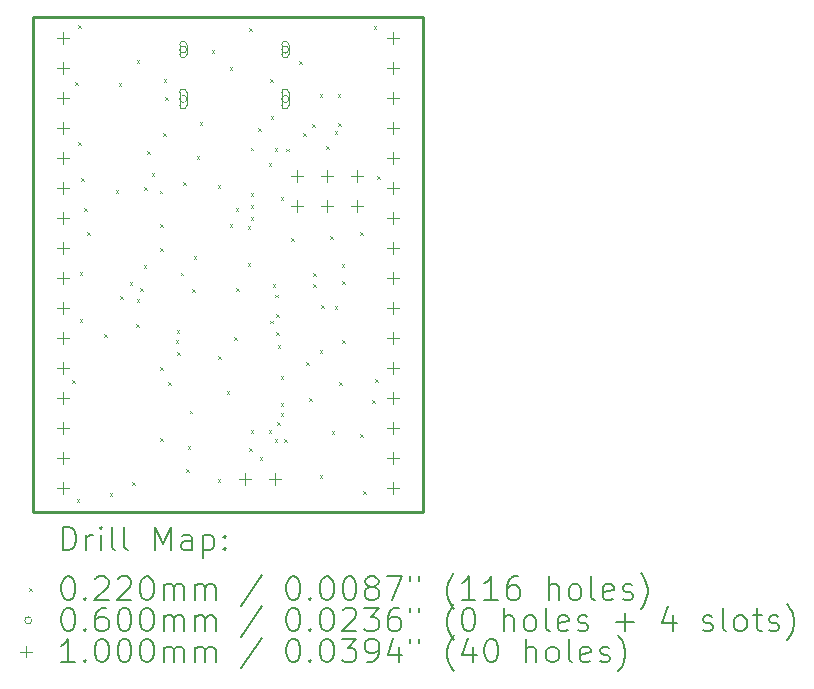
<source format=gbr>
%TF.GenerationSoftware,KiCad,Pcbnew,9.0.4*%
%TF.CreationDate,2025-09-04T16:15:57+01:00*%
%TF.ProjectId,MicroPython,4d696372-6f50-4797-9468-6f6e2e6b6963,rev?*%
%TF.SameCoordinates,Original*%
%TF.FileFunction,Drillmap*%
%TF.FilePolarity,Positive*%
%FSLAX45Y45*%
G04 Gerber Fmt 4.5, Leading zero omitted, Abs format (unit mm)*
G04 Created by KiCad (PCBNEW 9.0.4) date 2025-09-04 16:15:57*
%MOMM*%
%LPD*%
G01*
G04 APERTURE LIST*
%ADD10C,0.230000*%
%ADD11C,0.200000*%
%ADD12C,0.100000*%
G04 APERTURE END LIST*
D10*
X12700000Y-5029200D02*
X16002000Y-5029200D01*
X16002000Y-9220200D01*
X12700000Y-9220200D01*
X12700000Y-5029200D01*
D11*
D12*
X13031900Y-8104300D02*
X13053900Y-8126300D01*
X13053900Y-8104300D02*
X13031900Y-8126300D01*
X13057300Y-5577000D02*
X13079300Y-5599000D01*
X13079300Y-5577000D02*
X13057300Y-5599000D01*
X13070000Y-9107600D02*
X13092000Y-9129600D01*
X13092000Y-9107600D02*
X13070000Y-9129600D01*
X13082700Y-5094400D02*
X13104700Y-5116400D01*
X13104700Y-5094400D02*
X13082700Y-5116400D01*
X13082700Y-6085000D02*
X13104700Y-6107000D01*
X13104700Y-6085000D02*
X13082700Y-6107000D01*
X13095400Y-7189900D02*
X13117400Y-7211900D01*
X13117400Y-7189900D02*
X13095400Y-7211900D01*
X13095400Y-7583600D02*
X13117400Y-7605600D01*
X13117400Y-7583600D02*
X13095400Y-7605600D01*
X13108100Y-6389800D02*
X13130100Y-6411800D01*
X13130100Y-6389800D02*
X13108100Y-6411800D01*
X13133500Y-6643800D02*
X13155500Y-6665800D01*
X13155500Y-6643800D02*
X13133500Y-6665800D01*
X13158900Y-6847000D02*
X13180900Y-6869000D01*
X13180900Y-6847000D02*
X13158900Y-6869000D01*
X13303344Y-7710600D02*
X13325344Y-7732600D01*
X13325344Y-7710600D02*
X13303344Y-7732600D01*
X13349400Y-9056800D02*
X13371400Y-9078800D01*
X13371400Y-9056800D02*
X13349400Y-9078800D01*
X13400200Y-6491400D02*
X13422200Y-6513400D01*
X13422200Y-6491400D02*
X13400200Y-6513400D01*
X13425600Y-5589700D02*
X13447600Y-5611700D01*
X13447600Y-5589700D02*
X13425600Y-5611700D01*
X13438806Y-7393175D02*
X13460806Y-7415175D01*
X13460806Y-7393175D02*
X13438806Y-7415175D01*
X13518883Y-7270202D02*
X13540883Y-7292202D01*
X13540883Y-7270202D02*
X13518883Y-7292202D01*
X13539900Y-8967900D02*
X13561900Y-8989900D01*
X13561900Y-8967900D02*
X13539900Y-8989900D01*
X13571844Y-7626502D02*
X13593844Y-7648502D01*
X13593844Y-7626502D02*
X13571844Y-7648502D01*
X13577483Y-5391500D02*
X13599483Y-5413500D01*
X13599483Y-5391500D02*
X13577483Y-5413500D01*
X13578000Y-7418500D02*
X13600000Y-7440500D01*
X13600000Y-7418500D02*
X13578000Y-7440500D01*
X13605159Y-7321955D02*
X13627159Y-7343955D01*
X13627159Y-7321955D02*
X13605159Y-7343955D01*
X13635983Y-7126400D02*
X13657983Y-7148400D01*
X13657983Y-7126400D02*
X13635983Y-7148400D01*
X13641500Y-6466000D02*
X13663500Y-6488000D01*
X13663500Y-6466000D02*
X13641500Y-6488000D01*
X13663659Y-6165000D02*
X13685659Y-6187000D01*
X13685659Y-6165000D02*
X13663659Y-6187000D01*
X13705000Y-6351700D02*
X13727000Y-6373700D01*
X13727000Y-6351700D02*
X13705000Y-6373700D01*
X13770872Y-6496072D02*
X13792872Y-6518072D01*
X13792872Y-6496072D02*
X13770872Y-6518072D01*
X13774850Y-6783500D02*
X13796850Y-6805500D01*
X13796850Y-6783500D02*
X13774850Y-6805500D01*
X13774850Y-6986700D02*
X13796850Y-7008700D01*
X13796850Y-6986700D02*
X13774850Y-7008700D01*
X13774850Y-7990450D02*
X13796850Y-8012450D01*
X13796850Y-7990450D02*
X13774850Y-8012450D01*
X13774850Y-8593250D02*
X13796850Y-8615250D01*
X13796850Y-8593250D02*
X13774850Y-8615250D01*
X13799300Y-6011993D02*
X13821300Y-6033993D01*
X13821300Y-6011993D02*
X13799300Y-6033993D01*
X13806600Y-5551600D02*
X13828600Y-5573600D01*
X13828600Y-5551600D02*
X13806600Y-5573600D01*
X13819300Y-5704000D02*
X13841300Y-5726000D01*
X13841300Y-5704000D02*
X13819300Y-5726000D01*
X13844700Y-8117000D02*
X13866700Y-8139000D01*
X13866700Y-8117000D02*
X13844700Y-8139000D01*
X13906921Y-7763896D02*
X13928921Y-7785896D01*
X13928921Y-7763896D02*
X13906921Y-7785896D01*
X13914550Y-7678850D02*
X13936550Y-7700850D01*
X13936550Y-7678850D02*
X13914550Y-7700850D01*
X13917477Y-7866553D02*
X13939477Y-7888553D01*
X13939477Y-7866553D02*
X13917477Y-7888553D01*
X13950007Y-7192159D02*
X13972007Y-7214159D01*
X13972007Y-7192159D02*
X13950007Y-7214159D01*
X13971700Y-6427900D02*
X13993700Y-6449900D01*
X13993700Y-6427900D02*
X13971700Y-6449900D01*
X13997100Y-8853600D02*
X14019100Y-8875600D01*
X14019100Y-8853600D02*
X13997100Y-8875600D01*
X14009800Y-8663100D02*
X14031800Y-8685100D01*
X14031800Y-8663100D02*
X14009800Y-8685100D01*
X14023780Y-8358866D02*
X14045780Y-8380866D01*
X14045780Y-8358866D02*
X14023780Y-8380866D01*
X14047900Y-7329600D02*
X14069900Y-7351600D01*
X14069900Y-7329600D02*
X14047900Y-7351600D01*
X14060600Y-7050200D02*
X14082600Y-7072200D01*
X14082600Y-7050200D02*
X14060600Y-7072200D01*
X14086000Y-6204300D02*
X14108000Y-6226300D01*
X14108000Y-6204300D02*
X14086000Y-6226300D01*
X14111400Y-5919900D02*
X14133400Y-5941900D01*
X14133400Y-5919900D02*
X14111400Y-5941900D01*
X14213000Y-5310300D02*
X14235000Y-5332300D01*
X14235000Y-5310300D02*
X14213000Y-5332300D01*
X14263800Y-6453300D02*
X14285800Y-6475300D01*
X14285800Y-6453300D02*
X14263800Y-6475300D01*
X14263800Y-8942500D02*
X14285800Y-8964500D01*
X14285800Y-8942500D02*
X14263800Y-8964500D01*
X14265000Y-7901100D02*
X14287000Y-7923100D01*
X14287000Y-7901100D02*
X14265000Y-7923100D01*
X14340000Y-8193200D02*
X14362000Y-8215200D01*
X14362000Y-8193200D02*
X14340000Y-8215200D01*
X14365400Y-5450000D02*
X14387400Y-5472000D01*
X14387400Y-5450000D02*
X14365400Y-5472000D01*
X14365400Y-6783500D02*
X14387400Y-6805500D01*
X14387400Y-6783500D02*
X14365400Y-6805500D01*
X14403500Y-7736000D02*
X14425500Y-7758000D01*
X14425500Y-7736000D02*
X14403500Y-7758000D01*
X14416200Y-6643800D02*
X14438200Y-6665800D01*
X14438200Y-6643800D02*
X14416200Y-6665800D01*
X14420379Y-7322417D02*
X14442379Y-7344417D01*
X14442379Y-7322417D02*
X14420379Y-7344417D01*
X14517800Y-6796200D02*
X14539800Y-6818200D01*
X14539800Y-6796200D02*
X14517800Y-6818200D01*
X14517800Y-7113700D02*
X14539800Y-7135700D01*
X14539800Y-7113700D02*
X14517800Y-7135700D01*
X14530500Y-5119800D02*
X14552500Y-5141800D01*
X14552500Y-5119800D02*
X14530500Y-5141800D01*
X14530500Y-8675800D02*
X14552500Y-8697800D01*
X14552500Y-8675800D02*
X14530500Y-8697800D01*
X14541053Y-6134972D02*
X14563053Y-6156972D01*
X14563053Y-6134972D02*
X14541053Y-6156972D01*
X14543200Y-6516800D02*
X14565200Y-6538800D01*
X14565200Y-6516800D02*
X14543200Y-6538800D01*
X14543200Y-6618400D02*
X14565200Y-6640400D01*
X14565200Y-6618400D02*
X14543200Y-6640400D01*
X14543200Y-6720000D02*
X14565200Y-6742000D01*
X14565200Y-6720000D02*
X14543200Y-6742000D01*
X14543200Y-8523400D02*
X14565200Y-8545400D01*
X14565200Y-8523400D02*
X14543200Y-8545400D01*
X14606700Y-5970700D02*
X14628700Y-5992700D01*
X14628700Y-5970700D02*
X14606700Y-5992700D01*
X14619400Y-8752000D02*
X14641400Y-8774000D01*
X14641400Y-8752000D02*
X14619400Y-8774000D01*
X14695600Y-6262800D02*
X14717600Y-6284800D01*
X14717600Y-6262800D02*
X14695600Y-6284800D01*
X14695600Y-8523400D02*
X14717600Y-8545400D01*
X14717600Y-8523400D02*
X14695600Y-8545400D01*
X14706067Y-7598533D02*
X14728067Y-7620533D01*
X14728067Y-7598533D02*
X14706067Y-7620533D01*
X14708300Y-5551600D02*
X14730300Y-5573600D01*
X14730300Y-5551600D02*
X14708300Y-5573600D01*
X14710293Y-5867900D02*
X14732293Y-5889900D01*
X14732293Y-5867900D02*
X14710293Y-5889900D01*
X14728500Y-7291500D02*
X14750500Y-7313500D01*
X14750500Y-7291500D02*
X14728500Y-7313500D01*
X14746400Y-6135800D02*
X14768400Y-6157800D01*
X14768400Y-6135800D02*
X14746400Y-6157800D01*
X14746400Y-8599600D02*
X14768400Y-8621600D01*
X14768400Y-8599600D02*
X14746400Y-8621600D01*
X14749575Y-7377225D02*
X14771575Y-7399225D01*
X14771575Y-7377225D02*
X14749575Y-7399225D01*
X14759100Y-7545500D02*
X14781100Y-7567500D01*
X14781100Y-7545500D02*
X14759100Y-7567500D01*
X14759100Y-7697900D02*
X14781100Y-7719900D01*
X14781100Y-7697900D02*
X14759100Y-7719900D01*
X14766948Y-8455048D02*
X14788948Y-8477048D01*
X14788948Y-8455048D02*
X14766948Y-8477048D01*
X14771800Y-7807253D02*
X14793800Y-7829253D01*
X14793800Y-7807253D02*
X14771800Y-7829253D01*
X14797200Y-6554900D02*
X14819200Y-6576900D01*
X14819200Y-6554900D02*
X14797200Y-6576900D01*
X14797200Y-8066200D02*
X14819200Y-8088200D01*
X14819200Y-8066200D02*
X14797200Y-8088200D01*
X14797200Y-8294800D02*
X14819200Y-8316800D01*
X14819200Y-8294800D02*
X14797200Y-8316800D01*
X14797200Y-8383700D02*
X14819200Y-8405700D01*
X14819200Y-8383700D02*
X14797200Y-8405700D01*
X14823900Y-8600900D02*
X14845900Y-8622900D01*
X14845900Y-8600900D02*
X14823900Y-8622900D01*
X14844042Y-6142189D02*
X14866042Y-6164189D01*
X14866042Y-6142189D02*
X14844042Y-6164189D01*
X14886100Y-6897800D02*
X14908100Y-6919800D01*
X14908100Y-6897800D02*
X14886100Y-6919800D01*
X14954344Y-5399200D02*
X14976344Y-5421200D01*
X14976344Y-5399200D02*
X14954344Y-5421200D01*
X14985328Y-6008800D02*
X15007328Y-6030800D01*
X15007328Y-6008800D02*
X14985328Y-6030800D01*
X15013100Y-7951900D02*
X15035100Y-7973900D01*
X15035100Y-7951900D02*
X15013100Y-7973900D01*
X15038500Y-8256700D02*
X15060500Y-8278700D01*
X15060500Y-8256700D02*
X15038500Y-8278700D01*
X15063900Y-5932600D02*
X15085900Y-5954600D01*
X15085900Y-5932600D02*
X15063900Y-5954600D01*
X15068788Y-7287672D02*
X15090788Y-7309672D01*
X15090788Y-7287672D02*
X15068788Y-7309672D01*
X15072996Y-7196849D02*
X15094996Y-7218849D01*
X15094996Y-7196849D02*
X15072996Y-7218849D01*
X15127400Y-5678600D02*
X15149400Y-5700600D01*
X15149400Y-5678600D02*
X15127400Y-5700600D01*
X15127400Y-7850300D02*
X15149400Y-7872300D01*
X15149400Y-7850300D02*
X15127400Y-7872300D01*
X15127400Y-8904400D02*
X15149400Y-8926400D01*
X15149400Y-8904400D02*
X15127400Y-8926400D01*
X15140100Y-7469300D02*
X15162100Y-7491300D01*
X15162100Y-7469300D02*
X15140100Y-7491300D01*
X15179106Y-6122634D02*
X15201106Y-6144634D01*
X15201106Y-6122634D02*
X15179106Y-6144634D01*
X15213028Y-6882358D02*
X15235028Y-6904358D01*
X15235028Y-6882358D02*
X15213028Y-6904358D01*
X15229000Y-8536100D02*
X15251000Y-8558100D01*
X15251000Y-8536100D02*
X15229000Y-8558100D01*
X15254400Y-5996100D02*
X15276400Y-6018100D01*
X15276400Y-5996100D02*
X15254400Y-6018100D01*
X15254400Y-7477256D02*
X15276400Y-7499256D01*
X15276400Y-7477256D02*
X15254400Y-7499256D01*
X15279800Y-5678600D02*
X15301800Y-5700600D01*
X15301800Y-5678600D02*
X15279800Y-5700600D01*
X15282254Y-5926464D02*
X15304254Y-5948464D01*
X15304254Y-5926464D02*
X15282254Y-5948464D01*
X15288956Y-8117000D02*
X15310956Y-8139000D01*
X15310956Y-8117000D02*
X15288956Y-8139000D01*
X15312619Y-7117300D02*
X15334619Y-7139300D01*
X15334619Y-7117300D02*
X15312619Y-7139300D01*
X15314356Y-7761400D02*
X15336356Y-7783400D01*
X15336356Y-7761400D02*
X15314356Y-7783400D01*
X15317900Y-7266100D02*
X15339900Y-7288100D01*
X15339900Y-7266100D02*
X15317900Y-7288100D01*
X15470300Y-6847000D02*
X15492300Y-6869000D01*
X15492300Y-6847000D02*
X15470300Y-6869000D01*
X15470300Y-8561500D02*
X15492300Y-8583500D01*
X15492300Y-8561500D02*
X15470300Y-8583500D01*
X15495700Y-9044100D02*
X15517700Y-9066100D01*
X15517700Y-9044100D02*
X15495700Y-9066100D01*
X15571900Y-8269400D02*
X15593900Y-8291400D01*
X15593900Y-8269400D02*
X15571900Y-8291400D01*
X15584600Y-5107100D02*
X15606600Y-5129100D01*
X15606600Y-5107100D02*
X15584600Y-5129100D01*
X15597300Y-8091600D02*
X15619300Y-8113600D01*
X15619300Y-8091600D02*
X15597300Y-8113600D01*
X15611298Y-6377100D02*
X15633298Y-6399100D01*
X15633298Y-6377100D02*
X15611298Y-6399100D01*
X13999800Y-5302700D02*
G75*
G02*
X13939800Y-5302700I-30000J0D01*
G01*
X13939800Y-5302700D02*
G75*
G02*
X13999800Y-5302700I30000J0D01*
G01*
X13999800Y-5342700D02*
X13999800Y-5262700D01*
X13939800Y-5262700D02*
G75*
G02*
X13999800Y-5262700I30000J0D01*
G01*
X13939800Y-5262700D02*
X13939800Y-5342700D01*
X13939800Y-5342700D02*
G75*
G03*
X13999800Y-5342700I30000J0D01*
G01*
X13999800Y-5720700D02*
G75*
G02*
X13939800Y-5720700I-30000J0D01*
G01*
X13939800Y-5720700D02*
G75*
G02*
X13999800Y-5720700I30000J0D01*
G01*
X13999800Y-5775700D02*
X13999800Y-5665700D01*
X13939800Y-5665700D02*
G75*
G02*
X13999800Y-5665700I30000J0D01*
G01*
X13939800Y-5665700D02*
X13939800Y-5775700D01*
X13939800Y-5775700D02*
G75*
G03*
X13999800Y-5775700I30000J0D01*
G01*
X14863800Y-5302700D02*
G75*
G02*
X14803800Y-5302700I-30000J0D01*
G01*
X14803800Y-5302700D02*
G75*
G02*
X14863800Y-5302700I30000J0D01*
G01*
X14863800Y-5342700D02*
X14863800Y-5262700D01*
X14803800Y-5262700D02*
G75*
G02*
X14863800Y-5262700I30000J0D01*
G01*
X14803800Y-5262700D02*
X14803800Y-5342700D01*
X14803800Y-5342700D02*
G75*
G03*
X14863800Y-5342700I30000J0D01*
G01*
X14863800Y-5720700D02*
G75*
G02*
X14803800Y-5720700I-30000J0D01*
G01*
X14803800Y-5720700D02*
G75*
G02*
X14863800Y-5720700I30000J0D01*
G01*
X14863800Y-5775700D02*
X14863800Y-5665700D01*
X14803800Y-5665700D02*
G75*
G02*
X14863800Y-5665700I30000J0D01*
G01*
X14803800Y-5665700D02*
X14803800Y-5775700D01*
X14803800Y-5775700D02*
G75*
G03*
X14863800Y-5775700I30000J0D01*
G01*
X12954000Y-5157000D02*
X12954000Y-5257000D01*
X12904000Y-5207000D02*
X13004000Y-5207000D01*
X12954000Y-5411000D02*
X12954000Y-5511000D01*
X12904000Y-5461000D02*
X13004000Y-5461000D01*
X12954000Y-5665000D02*
X12954000Y-5765000D01*
X12904000Y-5715000D02*
X13004000Y-5715000D01*
X12954000Y-5919000D02*
X12954000Y-6019000D01*
X12904000Y-5969000D02*
X13004000Y-5969000D01*
X12954000Y-6173000D02*
X12954000Y-6273000D01*
X12904000Y-6223000D02*
X13004000Y-6223000D01*
X12954000Y-6427000D02*
X12954000Y-6527000D01*
X12904000Y-6477000D02*
X13004000Y-6477000D01*
X12954000Y-6681000D02*
X12954000Y-6781000D01*
X12904000Y-6731000D02*
X13004000Y-6731000D01*
X12954000Y-6935000D02*
X12954000Y-7035000D01*
X12904000Y-6985000D02*
X13004000Y-6985000D01*
X12954000Y-7189000D02*
X12954000Y-7289000D01*
X12904000Y-7239000D02*
X13004000Y-7239000D01*
X12954000Y-7443000D02*
X12954000Y-7543000D01*
X12904000Y-7493000D02*
X13004000Y-7493000D01*
X12954000Y-7697000D02*
X12954000Y-7797000D01*
X12904000Y-7747000D02*
X13004000Y-7747000D01*
X12954000Y-7951000D02*
X12954000Y-8051000D01*
X12904000Y-8001000D02*
X13004000Y-8001000D01*
X12954000Y-8205000D02*
X12954000Y-8305000D01*
X12904000Y-8255000D02*
X13004000Y-8255000D01*
X12954000Y-8459000D02*
X12954000Y-8559000D01*
X12904000Y-8509000D02*
X13004000Y-8509000D01*
X12954000Y-8713000D02*
X12954000Y-8813000D01*
X12904000Y-8763000D02*
X13004000Y-8763000D01*
X12954000Y-8967000D02*
X12954000Y-9067000D01*
X12904000Y-9017000D02*
X13004000Y-9017000D01*
X14490700Y-8890800D02*
X14490700Y-8990800D01*
X14440700Y-8940800D02*
X14540700Y-8940800D01*
X14744700Y-8890800D02*
X14744700Y-8990800D01*
X14694700Y-8940800D02*
X14794700Y-8940800D01*
X14935200Y-6325400D02*
X14935200Y-6425400D01*
X14885200Y-6375400D02*
X14985200Y-6375400D01*
X14935200Y-6579400D02*
X14935200Y-6679400D01*
X14885200Y-6629400D02*
X14985200Y-6629400D01*
X15189200Y-6325400D02*
X15189200Y-6425400D01*
X15139200Y-6375400D02*
X15239200Y-6375400D01*
X15189200Y-6579400D02*
X15189200Y-6679400D01*
X15139200Y-6629400D02*
X15239200Y-6629400D01*
X15443200Y-6325400D02*
X15443200Y-6425400D01*
X15393200Y-6375400D02*
X15493200Y-6375400D01*
X15443200Y-6579400D02*
X15443200Y-6679400D01*
X15393200Y-6629400D02*
X15493200Y-6629400D01*
X15748000Y-5157000D02*
X15748000Y-5257000D01*
X15698000Y-5207000D02*
X15798000Y-5207000D01*
X15748000Y-5411000D02*
X15748000Y-5511000D01*
X15698000Y-5461000D02*
X15798000Y-5461000D01*
X15748000Y-5665000D02*
X15748000Y-5765000D01*
X15698000Y-5715000D02*
X15798000Y-5715000D01*
X15748000Y-5919000D02*
X15748000Y-6019000D01*
X15698000Y-5969000D02*
X15798000Y-5969000D01*
X15748000Y-6173000D02*
X15748000Y-6273000D01*
X15698000Y-6223000D02*
X15798000Y-6223000D01*
X15748000Y-6427000D02*
X15748000Y-6527000D01*
X15698000Y-6477000D02*
X15798000Y-6477000D01*
X15748000Y-6681000D02*
X15748000Y-6781000D01*
X15698000Y-6731000D02*
X15798000Y-6731000D01*
X15748000Y-6935000D02*
X15748000Y-7035000D01*
X15698000Y-6985000D02*
X15798000Y-6985000D01*
X15748000Y-7189000D02*
X15748000Y-7289000D01*
X15698000Y-7239000D02*
X15798000Y-7239000D01*
X15748000Y-7443000D02*
X15748000Y-7543000D01*
X15698000Y-7493000D02*
X15798000Y-7493000D01*
X15748000Y-7697000D02*
X15748000Y-7797000D01*
X15698000Y-7747000D02*
X15798000Y-7747000D01*
X15748000Y-7951000D02*
X15748000Y-8051000D01*
X15698000Y-8001000D02*
X15798000Y-8001000D01*
X15748000Y-8205000D02*
X15748000Y-8305000D01*
X15698000Y-8255000D02*
X15798000Y-8255000D01*
X15748000Y-8459000D02*
X15748000Y-8559000D01*
X15698000Y-8509000D02*
X15798000Y-8509000D01*
X15748000Y-8713000D02*
X15748000Y-8813000D01*
X15698000Y-8763000D02*
X15798000Y-8763000D01*
X15748000Y-8967000D02*
X15748000Y-9067000D01*
X15698000Y-9017000D02*
X15798000Y-9017000D01*
D11*
X12949277Y-9543184D02*
X12949277Y-9343184D01*
X12949277Y-9343184D02*
X12996896Y-9343184D01*
X12996896Y-9343184D02*
X13025467Y-9352708D01*
X13025467Y-9352708D02*
X13044515Y-9371755D01*
X13044515Y-9371755D02*
X13054039Y-9390803D01*
X13054039Y-9390803D02*
X13063562Y-9428898D01*
X13063562Y-9428898D02*
X13063562Y-9457470D01*
X13063562Y-9457470D02*
X13054039Y-9495565D01*
X13054039Y-9495565D02*
X13044515Y-9514612D01*
X13044515Y-9514612D02*
X13025467Y-9533660D01*
X13025467Y-9533660D02*
X12996896Y-9543184D01*
X12996896Y-9543184D02*
X12949277Y-9543184D01*
X13149277Y-9543184D02*
X13149277Y-9409850D01*
X13149277Y-9447946D02*
X13158801Y-9428898D01*
X13158801Y-9428898D02*
X13168324Y-9419374D01*
X13168324Y-9419374D02*
X13187372Y-9409850D01*
X13187372Y-9409850D02*
X13206420Y-9409850D01*
X13273086Y-9543184D02*
X13273086Y-9409850D01*
X13273086Y-9343184D02*
X13263562Y-9352708D01*
X13263562Y-9352708D02*
X13273086Y-9362231D01*
X13273086Y-9362231D02*
X13282610Y-9352708D01*
X13282610Y-9352708D02*
X13273086Y-9343184D01*
X13273086Y-9343184D02*
X13273086Y-9362231D01*
X13396896Y-9543184D02*
X13377848Y-9533660D01*
X13377848Y-9533660D02*
X13368324Y-9514612D01*
X13368324Y-9514612D02*
X13368324Y-9343184D01*
X13501658Y-9543184D02*
X13482610Y-9533660D01*
X13482610Y-9533660D02*
X13473086Y-9514612D01*
X13473086Y-9514612D02*
X13473086Y-9343184D01*
X13730229Y-9543184D02*
X13730229Y-9343184D01*
X13730229Y-9343184D02*
X13796896Y-9486041D01*
X13796896Y-9486041D02*
X13863562Y-9343184D01*
X13863562Y-9343184D02*
X13863562Y-9543184D01*
X14044515Y-9543184D02*
X14044515Y-9438422D01*
X14044515Y-9438422D02*
X14034991Y-9419374D01*
X14034991Y-9419374D02*
X14015943Y-9409850D01*
X14015943Y-9409850D02*
X13977848Y-9409850D01*
X13977848Y-9409850D02*
X13958801Y-9419374D01*
X14044515Y-9533660D02*
X14025467Y-9543184D01*
X14025467Y-9543184D02*
X13977848Y-9543184D01*
X13977848Y-9543184D02*
X13958801Y-9533660D01*
X13958801Y-9533660D02*
X13949277Y-9514612D01*
X13949277Y-9514612D02*
X13949277Y-9495565D01*
X13949277Y-9495565D02*
X13958801Y-9476517D01*
X13958801Y-9476517D02*
X13977848Y-9466993D01*
X13977848Y-9466993D02*
X14025467Y-9466993D01*
X14025467Y-9466993D02*
X14044515Y-9457470D01*
X14139753Y-9409850D02*
X14139753Y-9609850D01*
X14139753Y-9419374D02*
X14158801Y-9409850D01*
X14158801Y-9409850D02*
X14196896Y-9409850D01*
X14196896Y-9409850D02*
X14215943Y-9419374D01*
X14215943Y-9419374D02*
X14225467Y-9428898D01*
X14225467Y-9428898D02*
X14234991Y-9447946D01*
X14234991Y-9447946D02*
X14234991Y-9505089D01*
X14234991Y-9505089D02*
X14225467Y-9524136D01*
X14225467Y-9524136D02*
X14215943Y-9533660D01*
X14215943Y-9533660D02*
X14196896Y-9543184D01*
X14196896Y-9543184D02*
X14158801Y-9543184D01*
X14158801Y-9543184D02*
X14139753Y-9533660D01*
X14320705Y-9524136D02*
X14330229Y-9533660D01*
X14330229Y-9533660D02*
X14320705Y-9543184D01*
X14320705Y-9543184D02*
X14311182Y-9533660D01*
X14311182Y-9533660D02*
X14320705Y-9524136D01*
X14320705Y-9524136D02*
X14320705Y-9543184D01*
X14320705Y-9419374D02*
X14330229Y-9428898D01*
X14330229Y-9428898D02*
X14320705Y-9438422D01*
X14320705Y-9438422D02*
X14311182Y-9428898D01*
X14311182Y-9428898D02*
X14320705Y-9419374D01*
X14320705Y-9419374D02*
X14320705Y-9438422D01*
D12*
X12666500Y-9860700D02*
X12688500Y-9882700D01*
X12688500Y-9860700D02*
X12666500Y-9882700D01*
D11*
X12987372Y-9763184D02*
X13006420Y-9763184D01*
X13006420Y-9763184D02*
X13025467Y-9772708D01*
X13025467Y-9772708D02*
X13034991Y-9782231D01*
X13034991Y-9782231D02*
X13044515Y-9801279D01*
X13044515Y-9801279D02*
X13054039Y-9839374D01*
X13054039Y-9839374D02*
X13054039Y-9886993D01*
X13054039Y-9886993D02*
X13044515Y-9925089D01*
X13044515Y-9925089D02*
X13034991Y-9944136D01*
X13034991Y-9944136D02*
X13025467Y-9953660D01*
X13025467Y-9953660D02*
X13006420Y-9963184D01*
X13006420Y-9963184D02*
X12987372Y-9963184D01*
X12987372Y-9963184D02*
X12968324Y-9953660D01*
X12968324Y-9953660D02*
X12958801Y-9944136D01*
X12958801Y-9944136D02*
X12949277Y-9925089D01*
X12949277Y-9925089D02*
X12939753Y-9886993D01*
X12939753Y-9886993D02*
X12939753Y-9839374D01*
X12939753Y-9839374D02*
X12949277Y-9801279D01*
X12949277Y-9801279D02*
X12958801Y-9782231D01*
X12958801Y-9782231D02*
X12968324Y-9772708D01*
X12968324Y-9772708D02*
X12987372Y-9763184D01*
X13139753Y-9944136D02*
X13149277Y-9953660D01*
X13149277Y-9953660D02*
X13139753Y-9963184D01*
X13139753Y-9963184D02*
X13130229Y-9953660D01*
X13130229Y-9953660D02*
X13139753Y-9944136D01*
X13139753Y-9944136D02*
X13139753Y-9963184D01*
X13225467Y-9782231D02*
X13234991Y-9772708D01*
X13234991Y-9772708D02*
X13254039Y-9763184D01*
X13254039Y-9763184D02*
X13301658Y-9763184D01*
X13301658Y-9763184D02*
X13320705Y-9772708D01*
X13320705Y-9772708D02*
X13330229Y-9782231D01*
X13330229Y-9782231D02*
X13339753Y-9801279D01*
X13339753Y-9801279D02*
X13339753Y-9820327D01*
X13339753Y-9820327D02*
X13330229Y-9848898D01*
X13330229Y-9848898D02*
X13215943Y-9963184D01*
X13215943Y-9963184D02*
X13339753Y-9963184D01*
X13415943Y-9782231D02*
X13425467Y-9772708D01*
X13425467Y-9772708D02*
X13444515Y-9763184D01*
X13444515Y-9763184D02*
X13492134Y-9763184D01*
X13492134Y-9763184D02*
X13511182Y-9772708D01*
X13511182Y-9772708D02*
X13520705Y-9782231D01*
X13520705Y-9782231D02*
X13530229Y-9801279D01*
X13530229Y-9801279D02*
X13530229Y-9820327D01*
X13530229Y-9820327D02*
X13520705Y-9848898D01*
X13520705Y-9848898D02*
X13406420Y-9963184D01*
X13406420Y-9963184D02*
X13530229Y-9963184D01*
X13654039Y-9763184D02*
X13673086Y-9763184D01*
X13673086Y-9763184D02*
X13692134Y-9772708D01*
X13692134Y-9772708D02*
X13701658Y-9782231D01*
X13701658Y-9782231D02*
X13711182Y-9801279D01*
X13711182Y-9801279D02*
X13720705Y-9839374D01*
X13720705Y-9839374D02*
X13720705Y-9886993D01*
X13720705Y-9886993D02*
X13711182Y-9925089D01*
X13711182Y-9925089D02*
X13701658Y-9944136D01*
X13701658Y-9944136D02*
X13692134Y-9953660D01*
X13692134Y-9953660D02*
X13673086Y-9963184D01*
X13673086Y-9963184D02*
X13654039Y-9963184D01*
X13654039Y-9963184D02*
X13634991Y-9953660D01*
X13634991Y-9953660D02*
X13625467Y-9944136D01*
X13625467Y-9944136D02*
X13615943Y-9925089D01*
X13615943Y-9925089D02*
X13606420Y-9886993D01*
X13606420Y-9886993D02*
X13606420Y-9839374D01*
X13606420Y-9839374D02*
X13615943Y-9801279D01*
X13615943Y-9801279D02*
X13625467Y-9782231D01*
X13625467Y-9782231D02*
X13634991Y-9772708D01*
X13634991Y-9772708D02*
X13654039Y-9763184D01*
X13806420Y-9963184D02*
X13806420Y-9829850D01*
X13806420Y-9848898D02*
X13815943Y-9839374D01*
X13815943Y-9839374D02*
X13834991Y-9829850D01*
X13834991Y-9829850D02*
X13863563Y-9829850D01*
X13863563Y-9829850D02*
X13882610Y-9839374D01*
X13882610Y-9839374D02*
X13892134Y-9858422D01*
X13892134Y-9858422D02*
X13892134Y-9963184D01*
X13892134Y-9858422D02*
X13901658Y-9839374D01*
X13901658Y-9839374D02*
X13920705Y-9829850D01*
X13920705Y-9829850D02*
X13949277Y-9829850D01*
X13949277Y-9829850D02*
X13968324Y-9839374D01*
X13968324Y-9839374D02*
X13977848Y-9858422D01*
X13977848Y-9858422D02*
X13977848Y-9963184D01*
X14073086Y-9963184D02*
X14073086Y-9829850D01*
X14073086Y-9848898D02*
X14082610Y-9839374D01*
X14082610Y-9839374D02*
X14101658Y-9829850D01*
X14101658Y-9829850D02*
X14130229Y-9829850D01*
X14130229Y-9829850D02*
X14149277Y-9839374D01*
X14149277Y-9839374D02*
X14158801Y-9858422D01*
X14158801Y-9858422D02*
X14158801Y-9963184D01*
X14158801Y-9858422D02*
X14168324Y-9839374D01*
X14168324Y-9839374D02*
X14187372Y-9829850D01*
X14187372Y-9829850D02*
X14215943Y-9829850D01*
X14215943Y-9829850D02*
X14234991Y-9839374D01*
X14234991Y-9839374D02*
X14244515Y-9858422D01*
X14244515Y-9858422D02*
X14244515Y-9963184D01*
X14634991Y-9753660D02*
X14463563Y-10010803D01*
X14892134Y-9763184D02*
X14911182Y-9763184D01*
X14911182Y-9763184D02*
X14930229Y-9772708D01*
X14930229Y-9772708D02*
X14939753Y-9782231D01*
X14939753Y-9782231D02*
X14949277Y-9801279D01*
X14949277Y-9801279D02*
X14958801Y-9839374D01*
X14958801Y-9839374D02*
X14958801Y-9886993D01*
X14958801Y-9886993D02*
X14949277Y-9925089D01*
X14949277Y-9925089D02*
X14939753Y-9944136D01*
X14939753Y-9944136D02*
X14930229Y-9953660D01*
X14930229Y-9953660D02*
X14911182Y-9963184D01*
X14911182Y-9963184D02*
X14892134Y-9963184D01*
X14892134Y-9963184D02*
X14873086Y-9953660D01*
X14873086Y-9953660D02*
X14863563Y-9944136D01*
X14863563Y-9944136D02*
X14854039Y-9925089D01*
X14854039Y-9925089D02*
X14844515Y-9886993D01*
X14844515Y-9886993D02*
X14844515Y-9839374D01*
X14844515Y-9839374D02*
X14854039Y-9801279D01*
X14854039Y-9801279D02*
X14863563Y-9782231D01*
X14863563Y-9782231D02*
X14873086Y-9772708D01*
X14873086Y-9772708D02*
X14892134Y-9763184D01*
X15044515Y-9944136D02*
X15054039Y-9953660D01*
X15054039Y-9953660D02*
X15044515Y-9963184D01*
X15044515Y-9963184D02*
X15034991Y-9953660D01*
X15034991Y-9953660D02*
X15044515Y-9944136D01*
X15044515Y-9944136D02*
X15044515Y-9963184D01*
X15177848Y-9763184D02*
X15196896Y-9763184D01*
X15196896Y-9763184D02*
X15215944Y-9772708D01*
X15215944Y-9772708D02*
X15225467Y-9782231D01*
X15225467Y-9782231D02*
X15234991Y-9801279D01*
X15234991Y-9801279D02*
X15244515Y-9839374D01*
X15244515Y-9839374D02*
X15244515Y-9886993D01*
X15244515Y-9886993D02*
X15234991Y-9925089D01*
X15234991Y-9925089D02*
X15225467Y-9944136D01*
X15225467Y-9944136D02*
X15215944Y-9953660D01*
X15215944Y-9953660D02*
X15196896Y-9963184D01*
X15196896Y-9963184D02*
X15177848Y-9963184D01*
X15177848Y-9963184D02*
X15158801Y-9953660D01*
X15158801Y-9953660D02*
X15149277Y-9944136D01*
X15149277Y-9944136D02*
X15139753Y-9925089D01*
X15139753Y-9925089D02*
X15130229Y-9886993D01*
X15130229Y-9886993D02*
X15130229Y-9839374D01*
X15130229Y-9839374D02*
X15139753Y-9801279D01*
X15139753Y-9801279D02*
X15149277Y-9782231D01*
X15149277Y-9782231D02*
X15158801Y-9772708D01*
X15158801Y-9772708D02*
X15177848Y-9763184D01*
X15368325Y-9763184D02*
X15387372Y-9763184D01*
X15387372Y-9763184D02*
X15406420Y-9772708D01*
X15406420Y-9772708D02*
X15415944Y-9782231D01*
X15415944Y-9782231D02*
X15425467Y-9801279D01*
X15425467Y-9801279D02*
X15434991Y-9839374D01*
X15434991Y-9839374D02*
X15434991Y-9886993D01*
X15434991Y-9886993D02*
X15425467Y-9925089D01*
X15425467Y-9925089D02*
X15415944Y-9944136D01*
X15415944Y-9944136D02*
X15406420Y-9953660D01*
X15406420Y-9953660D02*
X15387372Y-9963184D01*
X15387372Y-9963184D02*
X15368325Y-9963184D01*
X15368325Y-9963184D02*
X15349277Y-9953660D01*
X15349277Y-9953660D02*
X15339753Y-9944136D01*
X15339753Y-9944136D02*
X15330229Y-9925089D01*
X15330229Y-9925089D02*
X15320706Y-9886993D01*
X15320706Y-9886993D02*
X15320706Y-9839374D01*
X15320706Y-9839374D02*
X15330229Y-9801279D01*
X15330229Y-9801279D02*
X15339753Y-9782231D01*
X15339753Y-9782231D02*
X15349277Y-9772708D01*
X15349277Y-9772708D02*
X15368325Y-9763184D01*
X15549277Y-9848898D02*
X15530229Y-9839374D01*
X15530229Y-9839374D02*
X15520706Y-9829850D01*
X15520706Y-9829850D02*
X15511182Y-9810803D01*
X15511182Y-9810803D02*
X15511182Y-9801279D01*
X15511182Y-9801279D02*
X15520706Y-9782231D01*
X15520706Y-9782231D02*
X15530229Y-9772708D01*
X15530229Y-9772708D02*
X15549277Y-9763184D01*
X15549277Y-9763184D02*
X15587372Y-9763184D01*
X15587372Y-9763184D02*
X15606420Y-9772708D01*
X15606420Y-9772708D02*
X15615944Y-9782231D01*
X15615944Y-9782231D02*
X15625467Y-9801279D01*
X15625467Y-9801279D02*
X15625467Y-9810803D01*
X15625467Y-9810803D02*
X15615944Y-9829850D01*
X15615944Y-9829850D02*
X15606420Y-9839374D01*
X15606420Y-9839374D02*
X15587372Y-9848898D01*
X15587372Y-9848898D02*
X15549277Y-9848898D01*
X15549277Y-9848898D02*
X15530229Y-9858422D01*
X15530229Y-9858422D02*
X15520706Y-9867946D01*
X15520706Y-9867946D02*
X15511182Y-9886993D01*
X15511182Y-9886993D02*
X15511182Y-9925089D01*
X15511182Y-9925089D02*
X15520706Y-9944136D01*
X15520706Y-9944136D02*
X15530229Y-9953660D01*
X15530229Y-9953660D02*
X15549277Y-9963184D01*
X15549277Y-9963184D02*
X15587372Y-9963184D01*
X15587372Y-9963184D02*
X15606420Y-9953660D01*
X15606420Y-9953660D02*
X15615944Y-9944136D01*
X15615944Y-9944136D02*
X15625467Y-9925089D01*
X15625467Y-9925089D02*
X15625467Y-9886993D01*
X15625467Y-9886993D02*
X15615944Y-9867946D01*
X15615944Y-9867946D02*
X15606420Y-9858422D01*
X15606420Y-9858422D02*
X15587372Y-9848898D01*
X15692134Y-9763184D02*
X15825467Y-9763184D01*
X15825467Y-9763184D02*
X15739753Y-9963184D01*
X15892134Y-9763184D02*
X15892134Y-9801279D01*
X15968325Y-9763184D02*
X15968325Y-9801279D01*
X16263563Y-10039374D02*
X16254039Y-10029850D01*
X16254039Y-10029850D02*
X16234991Y-10001279D01*
X16234991Y-10001279D02*
X16225468Y-9982231D01*
X16225468Y-9982231D02*
X16215944Y-9953660D01*
X16215944Y-9953660D02*
X16206420Y-9906041D01*
X16206420Y-9906041D02*
X16206420Y-9867946D01*
X16206420Y-9867946D02*
X16215944Y-9820327D01*
X16215944Y-9820327D02*
X16225468Y-9791755D01*
X16225468Y-9791755D02*
X16234991Y-9772708D01*
X16234991Y-9772708D02*
X16254039Y-9744136D01*
X16254039Y-9744136D02*
X16263563Y-9734612D01*
X16444515Y-9963184D02*
X16330229Y-9963184D01*
X16387372Y-9963184D02*
X16387372Y-9763184D01*
X16387372Y-9763184D02*
X16368325Y-9791755D01*
X16368325Y-9791755D02*
X16349277Y-9810803D01*
X16349277Y-9810803D02*
X16330229Y-9820327D01*
X16634991Y-9963184D02*
X16520706Y-9963184D01*
X16577848Y-9963184D02*
X16577848Y-9763184D01*
X16577848Y-9763184D02*
X16558801Y-9791755D01*
X16558801Y-9791755D02*
X16539753Y-9810803D01*
X16539753Y-9810803D02*
X16520706Y-9820327D01*
X16806420Y-9763184D02*
X16768325Y-9763184D01*
X16768325Y-9763184D02*
X16749277Y-9772708D01*
X16749277Y-9772708D02*
X16739753Y-9782231D01*
X16739753Y-9782231D02*
X16720706Y-9810803D01*
X16720706Y-9810803D02*
X16711182Y-9848898D01*
X16711182Y-9848898D02*
X16711182Y-9925089D01*
X16711182Y-9925089D02*
X16720706Y-9944136D01*
X16720706Y-9944136D02*
X16730229Y-9953660D01*
X16730229Y-9953660D02*
X16749277Y-9963184D01*
X16749277Y-9963184D02*
X16787372Y-9963184D01*
X16787372Y-9963184D02*
X16806420Y-9953660D01*
X16806420Y-9953660D02*
X16815944Y-9944136D01*
X16815944Y-9944136D02*
X16825468Y-9925089D01*
X16825468Y-9925089D02*
X16825468Y-9877470D01*
X16825468Y-9877470D02*
X16815944Y-9858422D01*
X16815944Y-9858422D02*
X16806420Y-9848898D01*
X16806420Y-9848898D02*
X16787372Y-9839374D01*
X16787372Y-9839374D02*
X16749277Y-9839374D01*
X16749277Y-9839374D02*
X16730229Y-9848898D01*
X16730229Y-9848898D02*
X16720706Y-9858422D01*
X16720706Y-9858422D02*
X16711182Y-9877470D01*
X17063563Y-9963184D02*
X17063563Y-9763184D01*
X17149277Y-9963184D02*
X17149277Y-9858422D01*
X17149277Y-9858422D02*
X17139753Y-9839374D01*
X17139753Y-9839374D02*
X17120706Y-9829850D01*
X17120706Y-9829850D02*
X17092134Y-9829850D01*
X17092134Y-9829850D02*
X17073087Y-9839374D01*
X17073087Y-9839374D02*
X17063563Y-9848898D01*
X17273087Y-9963184D02*
X17254039Y-9953660D01*
X17254039Y-9953660D02*
X17244515Y-9944136D01*
X17244515Y-9944136D02*
X17234992Y-9925089D01*
X17234992Y-9925089D02*
X17234992Y-9867946D01*
X17234992Y-9867946D02*
X17244515Y-9848898D01*
X17244515Y-9848898D02*
X17254039Y-9839374D01*
X17254039Y-9839374D02*
X17273087Y-9829850D01*
X17273087Y-9829850D02*
X17301658Y-9829850D01*
X17301658Y-9829850D02*
X17320706Y-9839374D01*
X17320706Y-9839374D02*
X17330230Y-9848898D01*
X17330230Y-9848898D02*
X17339753Y-9867946D01*
X17339753Y-9867946D02*
X17339753Y-9925089D01*
X17339753Y-9925089D02*
X17330230Y-9944136D01*
X17330230Y-9944136D02*
X17320706Y-9953660D01*
X17320706Y-9953660D02*
X17301658Y-9963184D01*
X17301658Y-9963184D02*
X17273087Y-9963184D01*
X17454039Y-9963184D02*
X17434992Y-9953660D01*
X17434992Y-9953660D02*
X17425468Y-9934612D01*
X17425468Y-9934612D02*
X17425468Y-9763184D01*
X17606420Y-9953660D02*
X17587373Y-9963184D01*
X17587373Y-9963184D02*
X17549277Y-9963184D01*
X17549277Y-9963184D02*
X17530230Y-9953660D01*
X17530230Y-9953660D02*
X17520706Y-9934612D01*
X17520706Y-9934612D02*
X17520706Y-9858422D01*
X17520706Y-9858422D02*
X17530230Y-9839374D01*
X17530230Y-9839374D02*
X17549277Y-9829850D01*
X17549277Y-9829850D02*
X17587373Y-9829850D01*
X17587373Y-9829850D02*
X17606420Y-9839374D01*
X17606420Y-9839374D02*
X17615944Y-9858422D01*
X17615944Y-9858422D02*
X17615944Y-9877470D01*
X17615944Y-9877470D02*
X17520706Y-9896517D01*
X17692134Y-9953660D02*
X17711182Y-9963184D01*
X17711182Y-9963184D02*
X17749277Y-9963184D01*
X17749277Y-9963184D02*
X17768325Y-9953660D01*
X17768325Y-9953660D02*
X17777849Y-9934612D01*
X17777849Y-9934612D02*
X17777849Y-9925089D01*
X17777849Y-9925089D02*
X17768325Y-9906041D01*
X17768325Y-9906041D02*
X17749277Y-9896517D01*
X17749277Y-9896517D02*
X17720706Y-9896517D01*
X17720706Y-9896517D02*
X17701658Y-9886993D01*
X17701658Y-9886993D02*
X17692134Y-9867946D01*
X17692134Y-9867946D02*
X17692134Y-9858422D01*
X17692134Y-9858422D02*
X17701658Y-9839374D01*
X17701658Y-9839374D02*
X17720706Y-9829850D01*
X17720706Y-9829850D02*
X17749277Y-9829850D01*
X17749277Y-9829850D02*
X17768325Y-9839374D01*
X17844515Y-10039374D02*
X17854039Y-10029850D01*
X17854039Y-10029850D02*
X17873087Y-10001279D01*
X17873087Y-10001279D02*
X17882611Y-9982231D01*
X17882611Y-9982231D02*
X17892134Y-9953660D01*
X17892134Y-9953660D02*
X17901658Y-9906041D01*
X17901658Y-9906041D02*
X17901658Y-9867946D01*
X17901658Y-9867946D02*
X17892134Y-9820327D01*
X17892134Y-9820327D02*
X17882611Y-9791755D01*
X17882611Y-9791755D02*
X17873087Y-9772708D01*
X17873087Y-9772708D02*
X17854039Y-9744136D01*
X17854039Y-9744136D02*
X17844515Y-9734612D01*
D12*
X12688500Y-10135700D02*
G75*
G02*
X12628500Y-10135700I-30000J0D01*
G01*
X12628500Y-10135700D02*
G75*
G02*
X12688500Y-10135700I30000J0D01*
G01*
D11*
X12987372Y-10027184D02*
X13006420Y-10027184D01*
X13006420Y-10027184D02*
X13025467Y-10036708D01*
X13025467Y-10036708D02*
X13034991Y-10046231D01*
X13034991Y-10046231D02*
X13044515Y-10065279D01*
X13044515Y-10065279D02*
X13054039Y-10103374D01*
X13054039Y-10103374D02*
X13054039Y-10150993D01*
X13054039Y-10150993D02*
X13044515Y-10189089D01*
X13044515Y-10189089D02*
X13034991Y-10208136D01*
X13034991Y-10208136D02*
X13025467Y-10217660D01*
X13025467Y-10217660D02*
X13006420Y-10227184D01*
X13006420Y-10227184D02*
X12987372Y-10227184D01*
X12987372Y-10227184D02*
X12968324Y-10217660D01*
X12968324Y-10217660D02*
X12958801Y-10208136D01*
X12958801Y-10208136D02*
X12949277Y-10189089D01*
X12949277Y-10189089D02*
X12939753Y-10150993D01*
X12939753Y-10150993D02*
X12939753Y-10103374D01*
X12939753Y-10103374D02*
X12949277Y-10065279D01*
X12949277Y-10065279D02*
X12958801Y-10046231D01*
X12958801Y-10046231D02*
X12968324Y-10036708D01*
X12968324Y-10036708D02*
X12987372Y-10027184D01*
X13139753Y-10208136D02*
X13149277Y-10217660D01*
X13149277Y-10217660D02*
X13139753Y-10227184D01*
X13139753Y-10227184D02*
X13130229Y-10217660D01*
X13130229Y-10217660D02*
X13139753Y-10208136D01*
X13139753Y-10208136D02*
X13139753Y-10227184D01*
X13320705Y-10027184D02*
X13282610Y-10027184D01*
X13282610Y-10027184D02*
X13263562Y-10036708D01*
X13263562Y-10036708D02*
X13254039Y-10046231D01*
X13254039Y-10046231D02*
X13234991Y-10074803D01*
X13234991Y-10074803D02*
X13225467Y-10112898D01*
X13225467Y-10112898D02*
X13225467Y-10189089D01*
X13225467Y-10189089D02*
X13234991Y-10208136D01*
X13234991Y-10208136D02*
X13244515Y-10217660D01*
X13244515Y-10217660D02*
X13263562Y-10227184D01*
X13263562Y-10227184D02*
X13301658Y-10227184D01*
X13301658Y-10227184D02*
X13320705Y-10217660D01*
X13320705Y-10217660D02*
X13330229Y-10208136D01*
X13330229Y-10208136D02*
X13339753Y-10189089D01*
X13339753Y-10189089D02*
X13339753Y-10141470D01*
X13339753Y-10141470D02*
X13330229Y-10122422D01*
X13330229Y-10122422D02*
X13320705Y-10112898D01*
X13320705Y-10112898D02*
X13301658Y-10103374D01*
X13301658Y-10103374D02*
X13263562Y-10103374D01*
X13263562Y-10103374D02*
X13244515Y-10112898D01*
X13244515Y-10112898D02*
X13234991Y-10122422D01*
X13234991Y-10122422D02*
X13225467Y-10141470D01*
X13463562Y-10027184D02*
X13482610Y-10027184D01*
X13482610Y-10027184D02*
X13501658Y-10036708D01*
X13501658Y-10036708D02*
X13511182Y-10046231D01*
X13511182Y-10046231D02*
X13520705Y-10065279D01*
X13520705Y-10065279D02*
X13530229Y-10103374D01*
X13530229Y-10103374D02*
X13530229Y-10150993D01*
X13530229Y-10150993D02*
X13520705Y-10189089D01*
X13520705Y-10189089D02*
X13511182Y-10208136D01*
X13511182Y-10208136D02*
X13501658Y-10217660D01*
X13501658Y-10217660D02*
X13482610Y-10227184D01*
X13482610Y-10227184D02*
X13463562Y-10227184D01*
X13463562Y-10227184D02*
X13444515Y-10217660D01*
X13444515Y-10217660D02*
X13434991Y-10208136D01*
X13434991Y-10208136D02*
X13425467Y-10189089D01*
X13425467Y-10189089D02*
X13415943Y-10150993D01*
X13415943Y-10150993D02*
X13415943Y-10103374D01*
X13415943Y-10103374D02*
X13425467Y-10065279D01*
X13425467Y-10065279D02*
X13434991Y-10046231D01*
X13434991Y-10046231D02*
X13444515Y-10036708D01*
X13444515Y-10036708D02*
X13463562Y-10027184D01*
X13654039Y-10027184D02*
X13673086Y-10027184D01*
X13673086Y-10027184D02*
X13692134Y-10036708D01*
X13692134Y-10036708D02*
X13701658Y-10046231D01*
X13701658Y-10046231D02*
X13711182Y-10065279D01*
X13711182Y-10065279D02*
X13720705Y-10103374D01*
X13720705Y-10103374D02*
X13720705Y-10150993D01*
X13720705Y-10150993D02*
X13711182Y-10189089D01*
X13711182Y-10189089D02*
X13701658Y-10208136D01*
X13701658Y-10208136D02*
X13692134Y-10217660D01*
X13692134Y-10217660D02*
X13673086Y-10227184D01*
X13673086Y-10227184D02*
X13654039Y-10227184D01*
X13654039Y-10227184D02*
X13634991Y-10217660D01*
X13634991Y-10217660D02*
X13625467Y-10208136D01*
X13625467Y-10208136D02*
X13615943Y-10189089D01*
X13615943Y-10189089D02*
X13606420Y-10150993D01*
X13606420Y-10150993D02*
X13606420Y-10103374D01*
X13606420Y-10103374D02*
X13615943Y-10065279D01*
X13615943Y-10065279D02*
X13625467Y-10046231D01*
X13625467Y-10046231D02*
X13634991Y-10036708D01*
X13634991Y-10036708D02*
X13654039Y-10027184D01*
X13806420Y-10227184D02*
X13806420Y-10093850D01*
X13806420Y-10112898D02*
X13815943Y-10103374D01*
X13815943Y-10103374D02*
X13834991Y-10093850D01*
X13834991Y-10093850D02*
X13863563Y-10093850D01*
X13863563Y-10093850D02*
X13882610Y-10103374D01*
X13882610Y-10103374D02*
X13892134Y-10122422D01*
X13892134Y-10122422D02*
X13892134Y-10227184D01*
X13892134Y-10122422D02*
X13901658Y-10103374D01*
X13901658Y-10103374D02*
X13920705Y-10093850D01*
X13920705Y-10093850D02*
X13949277Y-10093850D01*
X13949277Y-10093850D02*
X13968324Y-10103374D01*
X13968324Y-10103374D02*
X13977848Y-10122422D01*
X13977848Y-10122422D02*
X13977848Y-10227184D01*
X14073086Y-10227184D02*
X14073086Y-10093850D01*
X14073086Y-10112898D02*
X14082610Y-10103374D01*
X14082610Y-10103374D02*
X14101658Y-10093850D01*
X14101658Y-10093850D02*
X14130229Y-10093850D01*
X14130229Y-10093850D02*
X14149277Y-10103374D01*
X14149277Y-10103374D02*
X14158801Y-10122422D01*
X14158801Y-10122422D02*
X14158801Y-10227184D01*
X14158801Y-10122422D02*
X14168324Y-10103374D01*
X14168324Y-10103374D02*
X14187372Y-10093850D01*
X14187372Y-10093850D02*
X14215943Y-10093850D01*
X14215943Y-10093850D02*
X14234991Y-10103374D01*
X14234991Y-10103374D02*
X14244515Y-10122422D01*
X14244515Y-10122422D02*
X14244515Y-10227184D01*
X14634991Y-10017660D02*
X14463563Y-10274803D01*
X14892134Y-10027184D02*
X14911182Y-10027184D01*
X14911182Y-10027184D02*
X14930229Y-10036708D01*
X14930229Y-10036708D02*
X14939753Y-10046231D01*
X14939753Y-10046231D02*
X14949277Y-10065279D01*
X14949277Y-10065279D02*
X14958801Y-10103374D01*
X14958801Y-10103374D02*
X14958801Y-10150993D01*
X14958801Y-10150993D02*
X14949277Y-10189089D01*
X14949277Y-10189089D02*
X14939753Y-10208136D01*
X14939753Y-10208136D02*
X14930229Y-10217660D01*
X14930229Y-10217660D02*
X14911182Y-10227184D01*
X14911182Y-10227184D02*
X14892134Y-10227184D01*
X14892134Y-10227184D02*
X14873086Y-10217660D01*
X14873086Y-10217660D02*
X14863563Y-10208136D01*
X14863563Y-10208136D02*
X14854039Y-10189089D01*
X14854039Y-10189089D02*
X14844515Y-10150993D01*
X14844515Y-10150993D02*
X14844515Y-10103374D01*
X14844515Y-10103374D02*
X14854039Y-10065279D01*
X14854039Y-10065279D02*
X14863563Y-10046231D01*
X14863563Y-10046231D02*
X14873086Y-10036708D01*
X14873086Y-10036708D02*
X14892134Y-10027184D01*
X15044515Y-10208136D02*
X15054039Y-10217660D01*
X15054039Y-10217660D02*
X15044515Y-10227184D01*
X15044515Y-10227184D02*
X15034991Y-10217660D01*
X15034991Y-10217660D02*
X15044515Y-10208136D01*
X15044515Y-10208136D02*
X15044515Y-10227184D01*
X15177848Y-10027184D02*
X15196896Y-10027184D01*
X15196896Y-10027184D02*
X15215944Y-10036708D01*
X15215944Y-10036708D02*
X15225467Y-10046231D01*
X15225467Y-10046231D02*
X15234991Y-10065279D01*
X15234991Y-10065279D02*
X15244515Y-10103374D01*
X15244515Y-10103374D02*
X15244515Y-10150993D01*
X15244515Y-10150993D02*
X15234991Y-10189089D01*
X15234991Y-10189089D02*
X15225467Y-10208136D01*
X15225467Y-10208136D02*
X15215944Y-10217660D01*
X15215944Y-10217660D02*
X15196896Y-10227184D01*
X15196896Y-10227184D02*
X15177848Y-10227184D01*
X15177848Y-10227184D02*
X15158801Y-10217660D01*
X15158801Y-10217660D02*
X15149277Y-10208136D01*
X15149277Y-10208136D02*
X15139753Y-10189089D01*
X15139753Y-10189089D02*
X15130229Y-10150993D01*
X15130229Y-10150993D02*
X15130229Y-10103374D01*
X15130229Y-10103374D02*
X15139753Y-10065279D01*
X15139753Y-10065279D02*
X15149277Y-10046231D01*
X15149277Y-10046231D02*
X15158801Y-10036708D01*
X15158801Y-10036708D02*
X15177848Y-10027184D01*
X15320706Y-10046231D02*
X15330229Y-10036708D01*
X15330229Y-10036708D02*
X15349277Y-10027184D01*
X15349277Y-10027184D02*
X15396896Y-10027184D01*
X15396896Y-10027184D02*
X15415944Y-10036708D01*
X15415944Y-10036708D02*
X15425467Y-10046231D01*
X15425467Y-10046231D02*
X15434991Y-10065279D01*
X15434991Y-10065279D02*
X15434991Y-10084327D01*
X15434991Y-10084327D02*
X15425467Y-10112898D01*
X15425467Y-10112898D02*
X15311182Y-10227184D01*
X15311182Y-10227184D02*
X15434991Y-10227184D01*
X15501658Y-10027184D02*
X15625467Y-10027184D01*
X15625467Y-10027184D02*
X15558801Y-10103374D01*
X15558801Y-10103374D02*
X15587372Y-10103374D01*
X15587372Y-10103374D02*
X15606420Y-10112898D01*
X15606420Y-10112898D02*
X15615944Y-10122422D01*
X15615944Y-10122422D02*
X15625467Y-10141470D01*
X15625467Y-10141470D02*
X15625467Y-10189089D01*
X15625467Y-10189089D02*
X15615944Y-10208136D01*
X15615944Y-10208136D02*
X15606420Y-10217660D01*
X15606420Y-10217660D02*
X15587372Y-10227184D01*
X15587372Y-10227184D02*
X15530229Y-10227184D01*
X15530229Y-10227184D02*
X15511182Y-10217660D01*
X15511182Y-10217660D02*
X15501658Y-10208136D01*
X15796896Y-10027184D02*
X15758801Y-10027184D01*
X15758801Y-10027184D02*
X15739753Y-10036708D01*
X15739753Y-10036708D02*
X15730229Y-10046231D01*
X15730229Y-10046231D02*
X15711182Y-10074803D01*
X15711182Y-10074803D02*
X15701658Y-10112898D01*
X15701658Y-10112898D02*
X15701658Y-10189089D01*
X15701658Y-10189089D02*
X15711182Y-10208136D01*
X15711182Y-10208136D02*
X15720706Y-10217660D01*
X15720706Y-10217660D02*
X15739753Y-10227184D01*
X15739753Y-10227184D02*
X15777848Y-10227184D01*
X15777848Y-10227184D02*
X15796896Y-10217660D01*
X15796896Y-10217660D02*
X15806420Y-10208136D01*
X15806420Y-10208136D02*
X15815944Y-10189089D01*
X15815944Y-10189089D02*
X15815944Y-10141470D01*
X15815944Y-10141470D02*
X15806420Y-10122422D01*
X15806420Y-10122422D02*
X15796896Y-10112898D01*
X15796896Y-10112898D02*
X15777848Y-10103374D01*
X15777848Y-10103374D02*
X15739753Y-10103374D01*
X15739753Y-10103374D02*
X15720706Y-10112898D01*
X15720706Y-10112898D02*
X15711182Y-10122422D01*
X15711182Y-10122422D02*
X15701658Y-10141470D01*
X15892134Y-10027184D02*
X15892134Y-10065279D01*
X15968325Y-10027184D02*
X15968325Y-10065279D01*
X16263563Y-10303374D02*
X16254039Y-10293850D01*
X16254039Y-10293850D02*
X16234991Y-10265279D01*
X16234991Y-10265279D02*
X16225468Y-10246231D01*
X16225468Y-10246231D02*
X16215944Y-10217660D01*
X16215944Y-10217660D02*
X16206420Y-10170041D01*
X16206420Y-10170041D02*
X16206420Y-10131946D01*
X16206420Y-10131946D02*
X16215944Y-10084327D01*
X16215944Y-10084327D02*
X16225468Y-10055755D01*
X16225468Y-10055755D02*
X16234991Y-10036708D01*
X16234991Y-10036708D02*
X16254039Y-10008136D01*
X16254039Y-10008136D02*
X16263563Y-9998612D01*
X16377848Y-10027184D02*
X16396896Y-10027184D01*
X16396896Y-10027184D02*
X16415944Y-10036708D01*
X16415944Y-10036708D02*
X16425468Y-10046231D01*
X16425468Y-10046231D02*
X16434991Y-10065279D01*
X16434991Y-10065279D02*
X16444515Y-10103374D01*
X16444515Y-10103374D02*
X16444515Y-10150993D01*
X16444515Y-10150993D02*
X16434991Y-10189089D01*
X16434991Y-10189089D02*
X16425468Y-10208136D01*
X16425468Y-10208136D02*
X16415944Y-10217660D01*
X16415944Y-10217660D02*
X16396896Y-10227184D01*
X16396896Y-10227184D02*
X16377848Y-10227184D01*
X16377848Y-10227184D02*
X16358801Y-10217660D01*
X16358801Y-10217660D02*
X16349277Y-10208136D01*
X16349277Y-10208136D02*
X16339753Y-10189089D01*
X16339753Y-10189089D02*
X16330229Y-10150993D01*
X16330229Y-10150993D02*
X16330229Y-10103374D01*
X16330229Y-10103374D02*
X16339753Y-10065279D01*
X16339753Y-10065279D02*
X16349277Y-10046231D01*
X16349277Y-10046231D02*
X16358801Y-10036708D01*
X16358801Y-10036708D02*
X16377848Y-10027184D01*
X16682610Y-10227184D02*
X16682610Y-10027184D01*
X16768325Y-10227184D02*
X16768325Y-10122422D01*
X16768325Y-10122422D02*
X16758801Y-10103374D01*
X16758801Y-10103374D02*
X16739753Y-10093850D01*
X16739753Y-10093850D02*
X16711182Y-10093850D01*
X16711182Y-10093850D02*
X16692134Y-10103374D01*
X16692134Y-10103374D02*
X16682610Y-10112898D01*
X16892134Y-10227184D02*
X16873087Y-10217660D01*
X16873087Y-10217660D02*
X16863563Y-10208136D01*
X16863563Y-10208136D02*
X16854039Y-10189089D01*
X16854039Y-10189089D02*
X16854039Y-10131946D01*
X16854039Y-10131946D02*
X16863563Y-10112898D01*
X16863563Y-10112898D02*
X16873087Y-10103374D01*
X16873087Y-10103374D02*
X16892134Y-10093850D01*
X16892134Y-10093850D02*
X16920706Y-10093850D01*
X16920706Y-10093850D02*
X16939753Y-10103374D01*
X16939753Y-10103374D02*
X16949277Y-10112898D01*
X16949277Y-10112898D02*
X16958801Y-10131946D01*
X16958801Y-10131946D02*
X16958801Y-10189089D01*
X16958801Y-10189089D02*
X16949277Y-10208136D01*
X16949277Y-10208136D02*
X16939753Y-10217660D01*
X16939753Y-10217660D02*
X16920706Y-10227184D01*
X16920706Y-10227184D02*
X16892134Y-10227184D01*
X17073087Y-10227184D02*
X17054039Y-10217660D01*
X17054039Y-10217660D02*
X17044515Y-10198612D01*
X17044515Y-10198612D02*
X17044515Y-10027184D01*
X17225468Y-10217660D02*
X17206420Y-10227184D01*
X17206420Y-10227184D02*
X17168325Y-10227184D01*
X17168325Y-10227184D02*
X17149277Y-10217660D01*
X17149277Y-10217660D02*
X17139753Y-10198612D01*
X17139753Y-10198612D02*
X17139753Y-10122422D01*
X17139753Y-10122422D02*
X17149277Y-10103374D01*
X17149277Y-10103374D02*
X17168325Y-10093850D01*
X17168325Y-10093850D02*
X17206420Y-10093850D01*
X17206420Y-10093850D02*
X17225468Y-10103374D01*
X17225468Y-10103374D02*
X17234992Y-10122422D01*
X17234992Y-10122422D02*
X17234992Y-10141470D01*
X17234992Y-10141470D02*
X17139753Y-10160517D01*
X17311182Y-10217660D02*
X17330230Y-10227184D01*
X17330230Y-10227184D02*
X17368325Y-10227184D01*
X17368325Y-10227184D02*
X17387373Y-10217660D01*
X17387373Y-10217660D02*
X17396896Y-10198612D01*
X17396896Y-10198612D02*
X17396896Y-10189089D01*
X17396896Y-10189089D02*
X17387373Y-10170041D01*
X17387373Y-10170041D02*
X17368325Y-10160517D01*
X17368325Y-10160517D02*
X17339753Y-10160517D01*
X17339753Y-10160517D02*
X17320706Y-10150993D01*
X17320706Y-10150993D02*
X17311182Y-10131946D01*
X17311182Y-10131946D02*
X17311182Y-10122422D01*
X17311182Y-10122422D02*
X17320706Y-10103374D01*
X17320706Y-10103374D02*
X17339753Y-10093850D01*
X17339753Y-10093850D02*
X17368325Y-10093850D01*
X17368325Y-10093850D02*
X17387373Y-10103374D01*
X17634992Y-10150993D02*
X17787373Y-10150993D01*
X17711182Y-10227184D02*
X17711182Y-10074803D01*
X18120706Y-10093850D02*
X18120706Y-10227184D01*
X18073087Y-10017660D02*
X18025468Y-10160517D01*
X18025468Y-10160517D02*
X18149277Y-10160517D01*
X18368325Y-10217660D02*
X18387373Y-10227184D01*
X18387373Y-10227184D02*
X18425468Y-10227184D01*
X18425468Y-10227184D02*
X18444516Y-10217660D01*
X18444516Y-10217660D02*
X18454039Y-10198612D01*
X18454039Y-10198612D02*
X18454039Y-10189089D01*
X18454039Y-10189089D02*
X18444516Y-10170041D01*
X18444516Y-10170041D02*
X18425468Y-10160517D01*
X18425468Y-10160517D02*
X18396896Y-10160517D01*
X18396896Y-10160517D02*
X18377849Y-10150993D01*
X18377849Y-10150993D02*
X18368325Y-10131946D01*
X18368325Y-10131946D02*
X18368325Y-10122422D01*
X18368325Y-10122422D02*
X18377849Y-10103374D01*
X18377849Y-10103374D02*
X18396896Y-10093850D01*
X18396896Y-10093850D02*
X18425468Y-10093850D01*
X18425468Y-10093850D02*
X18444516Y-10103374D01*
X18568325Y-10227184D02*
X18549277Y-10217660D01*
X18549277Y-10217660D02*
X18539754Y-10198612D01*
X18539754Y-10198612D02*
X18539754Y-10027184D01*
X18673087Y-10227184D02*
X18654039Y-10217660D01*
X18654039Y-10217660D02*
X18644516Y-10208136D01*
X18644516Y-10208136D02*
X18634992Y-10189089D01*
X18634992Y-10189089D02*
X18634992Y-10131946D01*
X18634992Y-10131946D02*
X18644516Y-10112898D01*
X18644516Y-10112898D02*
X18654039Y-10103374D01*
X18654039Y-10103374D02*
X18673087Y-10093850D01*
X18673087Y-10093850D02*
X18701658Y-10093850D01*
X18701658Y-10093850D02*
X18720706Y-10103374D01*
X18720706Y-10103374D02*
X18730230Y-10112898D01*
X18730230Y-10112898D02*
X18739754Y-10131946D01*
X18739754Y-10131946D02*
X18739754Y-10189089D01*
X18739754Y-10189089D02*
X18730230Y-10208136D01*
X18730230Y-10208136D02*
X18720706Y-10217660D01*
X18720706Y-10217660D02*
X18701658Y-10227184D01*
X18701658Y-10227184D02*
X18673087Y-10227184D01*
X18796897Y-10093850D02*
X18873087Y-10093850D01*
X18825468Y-10027184D02*
X18825468Y-10198612D01*
X18825468Y-10198612D02*
X18834992Y-10217660D01*
X18834992Y-10217660D02*
X18854039Y-10227184D01*
X18854039Y-10227184D02*
X18873087Y-10227184D01*
X18930230Y-10217660D02*
X18949277Y-10227184D01*
X18949277Y-10227184D02*
X18987373Y-10227184D01*
X18987373Y-10227184D02*
X19006420Y-10217660D01*
X19006420Y-10217660D02*
X19015944Y-10198612D01*
X19015944Y-10198612D02*
X19015944Y-10189089D01*
X19015944Y-10189089D02*
X19006420Y-10170041D01*
X19006420Y-10170041D02*
X18987373Y-10160517D01*
X18987373Y-10160517D02*
X18958801Y-10160517D01*
X18958801Y-10160517D02*
X18939754Y-10150993D01*
X18939754Y-10150993D02*
X18930230Y-10131946D01*
X18930230Y-10131946D02*
X18930230Y-10122422D01*
X18930230Y-10122422D02*
X18939754Y-10103374D01*
X18939754Y-10103374D02*
X18958801Y-10093850D01*
X18958801Y-10093850D02*
X18987373Y-10093850D01*
X18987373Y-10093850D02*
X19006420Y-10103374D01*
X19082611Y-10303374D02*
X19092135Y-10293850D01*
X19092135Y-10293850D02*
X19111182Y-10265279D01*
X19111182Y-10265279D02*
X19120706Y-10246231D01*
X19120706Y-10246231D02*
X19130230Y-10217660D01*
X19130230Y-10217660D02*
X19139754Y-10170041D01*
X19139754Y-10170041D02*
X19139754Y-10131946D01*
X19139754Y-10131946D02*
X19130230Y-10084327D01*
X19130230Y-10084327D02*
X19120706Y-10055755D01*
X19120706Y-10055755D02*
X19111182Y-10036708D01*
X19111182Y-10036708D02*
X19092135Y-10008136D01*
X19092135Y-10008136D02*
X19082611Y-9998612D01*
D12*
X12638500Y-10349700D02*
X12638500Y-10449700D01*
X12588500Y-10399700D02*
X12688500Y-10399700D01*
D11*
X13054039Y-10491184D02*
X12939753Y-10491184D01*
X12996896Y-10491184D02*
X12996896Y-10291184D01*
X12996896Y-10291184D02*
X12977848Y-10319755D01*
X12977848Y-10319755D02*
X12958801Y-10338803D01*
X12958801Y-10338803D02*
X12939753Y-10348327D01*
X13139753Y-10472136D02*
X13149277Y-10481660D01*
X13149277Y-10481660D02*
X13139753Y-10491184D01*
X13139753Y-10491184D02*
X13130229Y-10481660D01*
X13130229Y-10481660D02*
X13139753Y-10472136D01*
X13139753Y-10472136D02*
X13139753Y-10491184D01*
X13273086Y-10291184D02*
X13292134Y-10291184D01*
X13292134Y-10291184D02*
X13311182Y-10300708D01*
X13311182Y-10300708D02*
X13320705Y-10310231D01*
X13320705Y-10310231D02*
X13330229Y-10329279D01*
X13330229Y-10329279D02*
X13339753Y-10367374D01*
X13339753Y-10367374D02*
X13339753Y-10414993D01*
X13339753Y-10414993D02*
X13330229Y-10453089D01*
X13330229Y-10453089D02*
X13320705Y-10472136D01*
X13320705Y-10472136D02*
X13311182Y-10481660D01*
X13311182Y-10481660D02*
X13292134Y-10491184D01*
X13292134Y-10491184D02*
X13273086Y-10491184D01*
X13273086Y-10491184D02*
X13254039Y-10481660D01*
X13254039Y-10481660D02*
X13244515Y-10472136D01*
X13244515Y-10472136D02*
X13234991Y-10453089D01*
X13234991Y-10453089D02*
X13225467Y-10414993D01*
X13225467Y-10414993D02*
X13225467Y-10367374D01*
X13225467Y-10367374D02*
X13234991Y-10329279D01*
X13234991Y-10329279D02*
X13244515Y-10310231D01*
X13244515Y-10310231D02*
X13254039Y-10300708D01*
X13254039Y-10300708D02*
X13273086Y-10291184D01*
X13463562Y-10291184D02*
X13482610Y-10291184D01*
X13482610Y-10291184D02*
X13501658Y-10300708D01*
X13501658Y-10300708D02*
X13511182Y-10310231D01*
X13511182Y-10310231D02*
X13520705Y-10329279D01*
X13520705Y-10329279D02*
X13530229Y-10367374D01*
X13530229Y-10367374D02*
X13530229Y-10414993D01*
X13530229Y-10414993D02*
X13520705Y-10453089D01*
X13520705Y-10453089D02*
X13511182Y-10472136D01*
X13511182Y-10472136D02*
X13501658Y-10481660D01*
X13501658Y-10481660D02*
X13482610Y-10491184D01*
X13482610Y-10491184D02*
X13463562Y-10491184D01*
X13463562Y-10491184D02*
X13444515Y-10481660D01*
X13444515Y-10481660D02*
X13434991Y-10472136D01*
X13434991Y-10472136D02*
X13425467Y-10453089D01*
X13425467Y-10453089D02*
X13415943Y-10414993D01*
X13415943Y-10414993D02*
X13415943Y-10367374D01*
X13415943Y-10367374D02*
X13425467Y-10329279D01*
X13425467Y-10329279D02*
X13434991Y-10310231D01*
X13434991Y-10310231D02*
X13444515Y-10300708D01*
X13444515Y-10300708D02*
X13463562Y-10291184D01*
X13654039Y-10291184D02*
X13673086Y-10291184D01*
X13673086Y-10291184D02*
X13692134Y-10300708D01*
X13692134Y-10300708D02*
X13701658Y-10310231D01*
X13701658Y-10310231D02*
X13711182Y-10329279D01*
X13711182Y-10329279D02*
X13720705Y-10367374D01*
X13720705Y-10367374D02*
X13720705Y-10414993D01*
X13720705Y-10414993D02*
X13711182Y-10453089D01*
X13711182Y-10453089D02*
X13701658Y-10472136D01*
X13701658Y-10472136D02*
X13692134Y-10481660D01*
X13692134Y-10481660D02*
X13673086Y-10491184D01*
X13673086Y-10491184D02*
X13654039Y-10491184D01*
X13654039Y-10491184D02*
X13634991Y-10481660D01*
X13634991Y-10481660D02*
X13625467Y-10472136D01*
X13625467Y-10472136D02*
X13615943Y-10453089D01*
X13615943Y-10453089D02*
X13606420Y-10414993D01*
X13606420Y-10414993D02*
X13606420Y-10367374D01*
X13606420Y-10367374D02*
X13615943Y-10329279D01*
X13615943Y-10329279D02*
X13625467Y-10310231D01*
X13625467Y-10310231D02*
X13634991Y-10300708D01*
X13634991Y-10300708D02*
X13654039Y-10291184D01*
X13806420Y-10491184D02*
X13806420Y-10357850D01*
X13806420Y-10376898D02*
X13815943Y-10367374D01*
X13815943Y-10367374D02*
X13834991Y-10357850D01*
X13834991Y-10357850D02*
X13863563Y-10357850D01*
X13863563Y-10357850D02*
X13882610Y-10367374D01*
X13882610Y-10367374D02*
X13892134Y-10386422D01*
X13892134Y-10386422D02*
X13892134Y-10491184D01*
X13892134Y-10386422D02*
X13901658Y-10367374D01*
X13901658Y-10367374D02*
X13920705Y-10357850D01*
X13920705Y-10357850D02*
X13949277Y-10357850D01*
X13949277Y-10357850D02*
X13968324Y-10367374D01*
X13968324Y-10367374D02*
X13977848Y-10386422D01*
X13977848Y-10386422D02*
X13977848Y-10491184D01*
X14073086Y-10491184D02*
X14073086Y-10357850D01*
X14073086Y-10376898D02*
X14082610Y-10367374D01*
X14082610Y-10367374D02*
X14101658Y-10357850D01*
X14101658Y-10357850D02*
X14130229Y-10357850D01*
X14130229Y-10357850D02*
X14149277Y-10367374D01*
X14149277Y-10367374D02*
X14158801Y-10386422D01*
X14158801Y-10386422D02*
X14158801Y-10491184D01*
X14158801Y-10386422D02*
X14168324Y-10367374D01*
X14168324Y-10367374D02*
X14187372Y-10357850D01*
X14187372Y-10357850D02*
X14215943Y-10357850D01*
X14215943Y-10357850D02*
X14234991Y-10367374D01*
X14234991Y-10367374D02*
X14244515Y-10386422D01*
X14244515Y-10386422D02*
X14244515Y-10491184D01*
X14634991Y-10281660D02*
X14463563Y-10538803D01*
X14892134Y-10291184D02*
X14911182Y-10291184D01*
X14911182Y-10291184D02*
X14930229Y-10300708D01*
X14930229Y-10300708D02*
X14939753Y-10310231D01*
X14939753Y-10310231D02*
X14949277Y-10329279D01*
X14949277Y-10329279D02*
X14958801Y-10367374D01*
X14958801Y-10367374D02*
X14958801Y-10414993D01*
X14958801Y-10414993D02*
X14949277Y-10453089D01*
X14949277Y-10453089D02*
X14939753Y-10472136D01*
X14939753Y-10472136D02*
X14930229Y-10481660D01*
X14930229Y-10481660D02*
X14911182Y-10491184D01*
X14911182Y-10491184D02*
X14892134Y-10491184D01*
X14892134Y-10491184D02*
X14873086Y-10481660D01*
X14873086Y-10481660D02*
X14863563Y-10472136D01*
X14863563Y-10472136D02*
X14854039Y-10453089D01*
X14854039Y-10453089D02*
X14844515Y-10414993D01*
X14844515Y-10414993D02*
X14844515Y-10367374D01*
X14844515Y-10367374D02*
X14854039Y-10329279D01*
X14854039Y-10329279D02*
X14863563Y-10310231D01*
X14863563Y-10310231D02*
X14873086Y-10300708D01*
X14873086Y-10300708D02*
X14892134Y-10291184D01*
X15044515Y-10472136D02*
X15054039Y-10481660D01*
X15054039Y-10481660D02*
X15044515Y-10491184D01*
X15044515Y-10491184D02*
X15034991Y-10481660D01*
X15034991Y-10481660D02*
X15044515Y-10472136D01*
X15044515Y-10472136D02*
X15044515Y-10491184D01*
X15177848Y-10291184D02*
X15196896Y-10291184D01*
X15196896Y-10291184D02*
X15215944Y-10300708D01*
X15215944Y-10300708D02*
X15225467Y-10310231D01*
X15225467Y-10310231D02*
X15234991Y-10329279D01*
X15234991Y-10329279D02*
X15244515Y-10367374D01*
X15244515Y-10367374D02*
X15244515Y-10414993D01*
X15244515Y-10414993D02*
X15234991Y-10453089D01*
X15234991Y-10453089D02*
X15225467Y-10472136D01*
X15225467Y-10472136D02*
X15215944Y-10481660D01*
X15215944Y-10481660D02*
X15196896Y-10491184D01*
X15196896Y-10491184D02*
X15177848Y-10491184D01*
X15177848Y-10491184D02*
X15158801Y-10481660D01*
X15158801Y-10481660D02*
X15149277Y-10472136D01*
X15149277Y-10472136D02*
X15139753Y-10453089D01*
X15139753Y-10453089D02*
X15130229Y-10414993D01*
X15130229Y-10414993D02*
X15130229Y-10367374D01*
X15130229Y-10367374D02*
X15139753Y-10329279D01*
X15139753Y-10329279D02*
X15149277Y-10310231D01*
X15149277Y-10310231D02*
X15158801Y-10300708D01*
X15158801Y-10300708D02*
X15177848Y-10291184D01*
X15311182Y-10291184D02*
X15434991Y-10291184D01*
X15434991Y-10291184D02*
X15368325Y-10367374D01*
X15368325Y-10367374D02*
X15396896Y-10367374D01*
X15396896Y-10367374D02*
X15415944Y-10376898D01*
X15415944Y-10376898D02*
X15425467Y-10386422D01*
X15425467Y-10386422D02*
X15434991Y-10405470D01*
X15434991Y-10405470D02*
X15434991Y-10453089D01*
X15434991Y-10453089D02*
X15425467Y-10472136D01*
X15425467Y-10472136D02*
X15415944Y-10481660D01*
X15415944Y-10481660D02*
X15396896Y-10491184D01*
X15396896Y-10491184D02*
X15339753Y-10491184D01*
X15339753Y-10491184D02*
X15320706Y-10481660D01*
X15320706Y-10481660D02*
X15311182Y-10472136D01*
X15530229Y-10491184D02*
X15568325Y-10491184D01*
X15568325Y-10491184D02*
X15587372Y-10481660D01*
X15587372Y-10481660D02*
X15596896Y-10472136D01*
X15596896Y-10472136D02*
X15615944Y-10443565D01*
X15615944Y-10443565D02*
X15625467Y-10405470D01*
X15625467Y-10405470D02*
X15625467Y-10329279D01*
X15625467Y-10329279D02*
X15615944Y-10310231D01*
X15615944Y-10310231D02*
X15606420Y-10300708D01*
X15606420Y-10300708D02*
X15587372Y-10291184D01*
X15587372Y-10291184D02*
X15549277Y-10291184D01*
X15549277Y-10291184D02*
X15530229Y-10300708D01*
X15530229Y-10300708D02*
X15520706Y-10310231D01*
X15520706Y-10310231D02*
X15511182Y-10329279D01*
X15511182Y-10329279D02*
X15511182Y-10376898D01*
X15511182Y-10376898D02*
X15520706Y-10395946D01*
X15520706Y-10395946D02*
X15530229Y-10405470D01*
X15530229Y-10405470D02*
X15549277Y-10414993D01*
X15549277Y-10414993D02*
X15587372Y-10414993D01*
X15587372Y-10414993D02*
X15606420Y-10405470D01*
X15606420Y-10405470D02*
X15615944Y-10395946D01*
X15615944Y-10395946D02*
X15625467Y-10376898D01*
X15796896Y-10357850D02*
X15796896Y-10491184D01*
X15749277Y-10281660D02*
X15701658Y-10424517D01*
X15701658Y-10424517D02*
X15825467Y-10424517D01*
X15892134Y-10291184D02*
X15892134Y-10329279D01*
X15968325Y-10291184D02*
X15968325Y-10329279D01*
X16263563Y-10567374D02*
X16254039Y-10557850D01*
X16254039Y-10557850D02*
X16234991Y-10529279D01*
X16234991Y-10529279D02*
X16225468Y-10510231D01*
X16225468Y-10510231D02*
X16215944Y-10481660D01*
X16215944Y-10481660D02*
X16206420Y-10434041D01*
X16206420Y-10434041D02*
X16206420Y-10395946D01*
X16206420Y-10395946D02*
X16215944Y-10348327D01*
X16215944Y-10348327D02*
X16225468Y-10319755D01*
X16225468Y-10319755D02*
X16234991Y-10300708D01*
X16234991Y-10300708D02*
X16254039Y-10272136D01*
X16254039Y-10272136D02*
X16263563Y-10262612D01*
X16425468Y-10357850D02*
X16425468Y-10491184D01*
X16377848Y-10281660D02*
X16330229Y-10424517D01*
X16330229Y-10424517D02*
X16454039Y-10424517D01*
X16568325Y-10291184D02*
X16587372Y-10291184D01*
X16587372Y-10291184D02*
X16606420Y-10300708D01*
X16606420Y-10300708D02*
X16615944Y-10310231D01*
X16615944Y-10310231D02*
X16625468Y-10329279D01*
X16625468Y-10329279D02*
X16634991Y-10367374D01*
X16634991Y-10367374D02*
X16634991Y-10414993D01*
X16634991Y-10414993D02*
X16625468Y-10453089D01*
X16625468Y-10453089D02*
X16615944Y-10472136D01*
X16615944Y-10472136D02*
X16606420Y-10481660D01*
X16606420Y-10481660D02*
X16587372Y-10491184D01*
X16587372Y-10491184D02*
X16568325Y-10491184D01*
X16568325Y-10491184D02*
X16549277Y-10481660D01*
X16549277Y-10481660D02*
X16539753Y-10472136D01*
X16539753Y-10472136D02*
X16530229Y-10453089D01*
X16530229Y-10453089D02*
X16520706Y-10414993D01*
X16520706Y-10414993D02*
X16520706Y-10367374D01*
X16520706Y-10367374D02*
X16530229Y-10329279D01*
X16530229Y-10329279D02*
X16539753Y-10310231D01*
X16539753Y-10310231D02*
X16549277Y-10300708D01*
X16549277Y-10300708D02*
X16568325Y-10291184D01*
X16873087Y-10491184D02*
X16873087Y-10291184D01*
X16958801Y-10491184D02*
X16958801Y-10386422D01*
X16958801Y-10386422D02*
X16949277Y-10367374D01*
X16949277Y-10367374D02*
X16930230Y-10357850D01*
X16930230Y-10357850D02*
X16901658Y-10357850D01*
X16901658Y-10357850D02*
X16882611Y-10367374D01*
X16882611Y-10367374D02*
X16873087Y-10376898D01*
X17082611Y-10491184D02*
X17063563Y-10481660D01*
X17063563Y-10481660D02*
X17054039Y-10472136D01*
X17054039Y-10472136D02*
X17044515Y-10453089D01*
X17044515Y-10453089D02*
X17044515Y-10395946D01*
X17044515Y-10395946D02*
X17054039Y-10376898D01*
X17054039Y-10376898D02*
X17063563Y-10367374D01*
X17063563Y-10367374D02*
X17082611Y-10357850D01*
X17082611Y-10357850D02*
X17111182Y-10357850D01*
X17111182Y-10357850D02*
X17130230Y-10367374D01*
X17130230Y-10367374D02*
X17139753Y-10376898D01*
X17139753Y-10376898D02*
X17149277Y-10395946D01*
X17149277Y-10395946D02*
X17149277Y-10453089D01*
X17149277Y-10453089D02*
X17139753Y-10472136D01*
X17139753Y-10472136D02*
X17130230Y-10481660D01*
X17130230Y-10481660D02*
X17111182Y-10491184D01*
X17111182Y-10491184D02*
X17082611Y-10491184D01*
X17263563Y-10491184D02*
X17244515Y-10481660D01*
X17244515Y-10481660D02*
X17234992Y-10462612D01*
X17234992Y-10462612D02*
X17234992Y-10291184D01*
X17415944Y-10481660D02*
X17396896Y-10491184D01*
X17396896Y-10491184D02*
X17358801Y-10491184D01*
X17358801Y-10491184D02*
X17339753Y-10481660D01*
X17339753Y-10481660D02*
X17330230Y-10462612D01*
X17330230Y-10462612D02*
X17330230Y-10386422D01*
X17330230Y-10386422D02*
X17339753Y-10367374D01*
X17339753Y-10367374D02*
X17358801Y-10357850D01*
X17358801Y-10357850D02*
X17396896Y-10357850D01*
X17396896Y-10357850D02*
X17415944Y-10367374D01*
X17415944Y-10367374D02*
X17425468Y-10386422D01*
X17425468Y-10386422D02*
X17425468Y-10405470D01*
X17425468Y-10405470D02*
X17330230Y-10424517D01*
X17501658Y-10481660D02*
X17520706Y-10491184D01*
X17520706Y-10491184D02*
X17558801Y-10491184D01*
X17558801Y-10491184D02*
X17577849Y-10481660D01*
X17577849Y-10481660D02*
X17587373Y-10462612D01*
X17587373Y-10462612D02*
X17587373Y-10453089D01*
X17587373Y-10453089D02*
X17577849Y-10434041D01*
X17577849Y-10434041D02*
X17558801Y-10424517D01*
X17558801Y-10424517D02*
X17530230Y-10424517D01*
X17530230Y-10424517D02*
X17511182Y-10414993D01*
X17511182Y-10414993D02*
X17501658Y-10395946D01*
X17501658Y-10395946D02*
X17501658Y-10386422D01*
X17501658Y-10386422D02*
X17511182Y-10367374D01*
X17511182Y-10367374D02*
X17530230Y-10357850D01*
X17530230Y-10357850D02*
X17558801Y-10357850D01*
X17558801Y-10357850D02*
X17577849Y-10367374D01*
X17654039Y-10567374D02*
X17663563Y-10557850D01*
X17663563Y-10557850D02*
X17682611Y-10529279D01*
X17682611Y-10529279D02*
X17692134Y-10510231D01*
X17692134Y-10510231D02*
X17701658Y-10481660D01*
X17701658Y-10481660D02*
X17711182Y-10434041D01*
X17711182Y-10434041D02*
X17711182Y-10395946D01*
X17711182Y-10395946D02*
X17701658Y-10348327D01*
X17701658Y-10348327D02*
X17692134Y-10319755D01*
X17692134Y-10319755D02*
X17682611Y-10300708D01*
X17682611Y-10300708D02*
X17663563Y-10272136D01*
X17663563Y-10272136D02*
X17654039Y-10262612D01*
M02*

</source>
